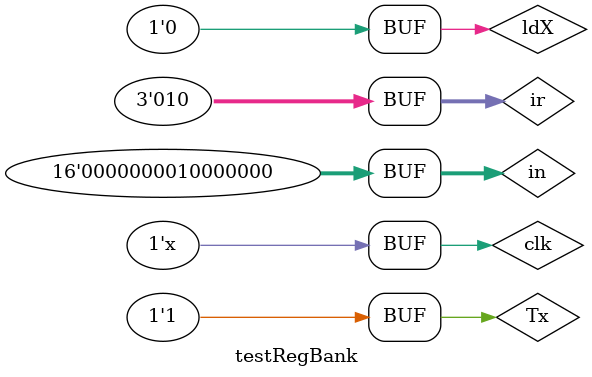
<source format=v>
`timescale 1ns / 1ps


module testRegBank;

	// Inputs
	reg [15:0] in;
	reg ldX;
	reg Tx;
	reg clk;
	reg [2:0] ir;

	// Outputs
	wire [15:0] out;

	// Instantiate the Unit Under Test (UUT)
	registerBank uut (
		.in(in), 
		.out(out), 
		.ldX(ldX), 
		.Tx(Tx), 
		.clk(clk), 
		.ir(ir)
	);

	initial begin
		// Initialize Inputs
		in = 0;
		ldX = 0;
		Tx = 0;
		clk = 0;
		ir = 0;

		// Wait 100 ns for global reset to finish
		#100;
		in = 16'b0000000010000000;
		ldX = 1;
		Tx = 0;
		ir = 3'b010;
		
		#10
		in = 16'b0000000010000000;
		ldX = 0;
		Tx = 1;
		ir = 3'b010;
        
		// Add stimulus here

	end
	always
		#10 clk= ~clk;
      
endmodule


</source>
